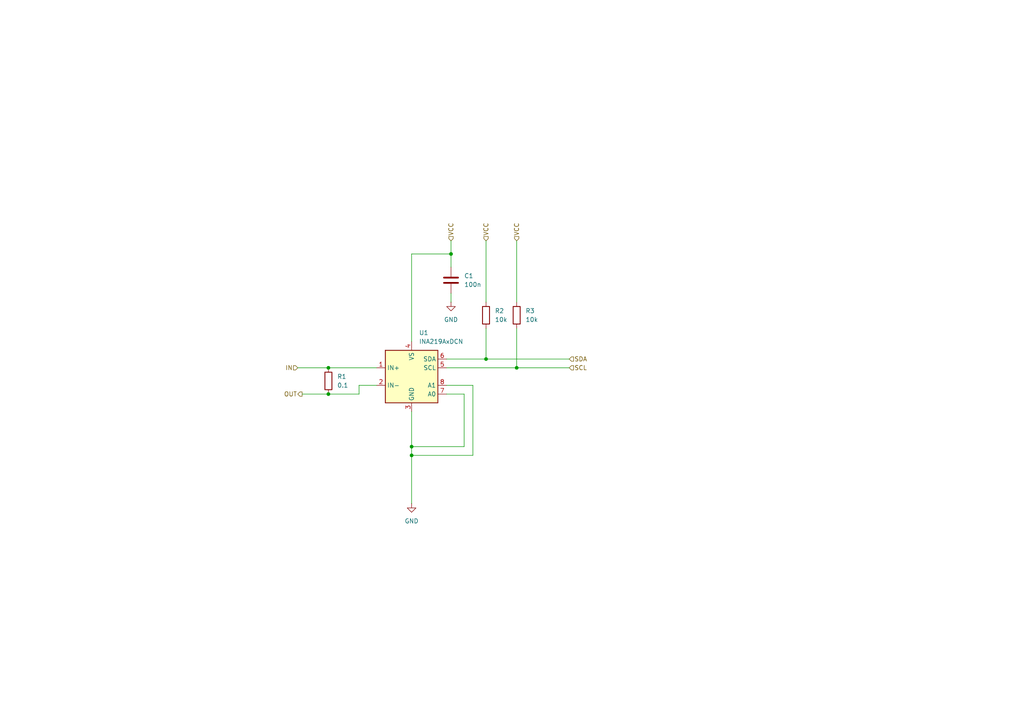
<source format=kicad_sch>
(kicad_sch (version 20250114) (generator "eeschema") (generator_version "9.0")
  (paper "A4")
  (title_block (title "closed-drybox") (rev "1") (comment 1 "https://github.com/lukstruck/closed-drybox#"))
  (lib_symbols
    (symbol "Device:C" (pin_numbers (hide yes)) (pin_names (offset 0.254))
      (property "Reference" "C" (at 0.635 2.54 0))
      (property "Value" "C" (at 0.635 -2.54 0))
      (symbol "C_0_1"
        (polyline (pts (xy -2.032 0.762) (xy 2.032 0.762)) (stroke (width 0.508)))
        (polyline (pts (xy -2.032 -0.762) (xy 2.032 -0.762)) (stroke (width 0.508)))
      )
      (symbol "C_1_1"
        (pin passive line (at 0 3.81 270) (length 2.794) (name "~") (number "1"))
        (pin passive line (at 0 -3.81 90) (length 2.794) (name "~") (number "2"))
      )
    )
    (symbol "Device:R" (pin_numbers (hide yes)) (pin_names (offset 0))
      (property "Reference" "R" (at 2.032 0 90))
      (property "Value" "R" (at 0 0 90))
      (symbol "R_0_1"
        (rectangle (start -1.016 -2.54) (end 1.016 2.54) (stroke (width 0.254)))
      )
      (symbol "R_1_1"
        (pin passive line (at 0 3.81 270) (length 1.27) (name "~") (number "1"))
        (pin passive line (at 0 -3.81 90) (length 1.27) (name "~") (number "2"))
      )
    )
    (symbol "Sensor_Energy:INA219AxDCN"
      (property "Reference" "U" (at -6.35 8.89 0))
      (property "Value" "INA219AxDCN" (at 6.35 8.89 0))
      (symbol "INA219AxDCN_0_1"
        (rectangle (start -7.62 7.62) (end 7.62 -7.62) (stroke (width 0.254)) (fill (type background)))
      )
      (symbol "INA219AxDCN_1_1"
        (pin input line (at -10.16 2.54 0) (length 2.54) (name "IN+") (number "1"))
        (pin input line (at -10.16 -2.54 0) (length 2.54) (name "IN-") (number "2"))
        (pin power_in line (at 0 10.16 270) (length 2.54) (name "VS") (number "4"))
        (pin power_in line (at 0 -10.16 90) (length 2.54) (name "GND") (number "3"))
        (pin bidirectional line (at 10.16 5.08 180) (length 2.54) (name "SDA") (number "6"))
        (pin input line (at 10.16 2.54 180) (length 2.54) (name "SCL") (number "5"))
        (pin input line (at 10.16 -2.54 180) (length 2.54) (name "A1") (number "8"))
        (pin input line (at 10.16 -5.08 180) (length 2.54) (name "A0") (number "7"))
      )
    )
    (symbol "power:GND" (power) (pin_numbers (hide yes)) (pin_names (offset 0) (hide yes))
      (property "Value" "GND" (at 0 -3.81 0))
      (symbol "GND_0_1"
        (polyline (pts (xy 0 0) (xy 0 -1.27) (xy 1.27 -1.27) (xy 0 -2.54) (xy -1.27 -1.27) (xy 0 -1.27)))
      )
      (symbol "GND_1_1"
        (pin power_in line (at 0 0 270) (length 0) (name "~") (number "1"))
      )
    )
  )
  (junction (at 149.86 106.68))
  (junction (at 130.81 73.66))
  (junction (at 119.38 129.54))
  (junction (at 140.97 104.14))
  (junction (at 95.25 106.68))
  (junction (at 119.38 132.08))
  (junction (at 95.25 114.3))
  (wire (pts (xy 129.54 114.3) (xy 134.62 114.3)))
  (wire (pts (xy 119.38 132.08) (xy 137.16 132.08)))
  (wire (pts (xy 140.97 104.14) (xy 129.54 104.14)))
  (wire (pts (xy 87.63 114.3) (xy 95.25 114.3)))
  (wire (pts (xy 119.38 129.54) (xy 134.62 129.54)))
  (wire (pts (xy 165.1 104.14) (xy 140.97 104.14)))
  (wire (pts (xy 149.86 69.85) (xy 149.86 87.63)))
  (wire (pts (xy 134.62 114.3) (xy 134.62 129.54)))
  (wire (pts (xy 119.38 119.38) (xy 119.38 129.54)))
  (wire (pts (xy 95.25 106.68) (xy 109.22 106.68)))
  (wire (pts (xy 140.97 69.85) (xy 140.97 87.63)))
  (wire (pts (xy 104.14 111.76) (xy 104.14 114.3)))
  (wire (pts (xy 137.16 111.76) (xy 137.16 132.08)))
  (wire (pts (xy 130.81 85.09) (xy 130.81 87.63)))
  (wire (pts (xy 165.1 106.68) (xy 149.86 106.68)))
  (wire (pts (xy 119.38 129.54) (xy 119.38 132.08)))
  (wire (pts (xy 149.86 95.25) (xy 149.86 106.68)))
  (wire (pts (xy 119.38 132.08) (xy 119.38 146.05)))
  (wire (pts (xy 129.54 111.76) (xy 137.16 111.76)))
  (wire (pts (xy 119.38 73.66) (xy 119.38 99.06)))
  (wire (pts (xy 130.81 69.85) (xy 130.81 73.66)))
  (wire (pts (xy 119.38 73.66) (xy 130.81 73.66)))
  (wire (pts (xy 149.86 106.68) (xy 129.54 106.68)))
  (wire (pts (xy 86.36 106.68) (xy 95.25 106.68)))
  (wire (pts (xy 104.14 114.3) (xy 95.25 114.3)))
  (wire (pts (xy 140.97 95.25) (xy 140.97 104.14)))
  (wire (pts (xy 109.22 111.76) (xy 104.14 111.76)))
  (wire (pts (xy 130.81 73.66) (xy 130.81 77.47)))
  (hierarchical_label "VCC" (shape input) (at 130.81 69.85 90))
  (hierarchical_label "VCC" (shape input) (at 149.86 69.85 90))
  (hierarchical_label "OUT" (shape output) (at 87.63 114.3 180))
  (hierarchical_label "VCC" (shape input) (at 140.97 69.85 90))
  (hierarchical_label "SCL" (shape input) (at 165.1 106.68 0))
  (hierarchical_label "IN" (shape input) (at 86.36 106.68 180))
  (hierarchical_label "SDA" (shape input) (at 165.1 104.14 0))
  (symbol (lib_id "Device:R") (at 149.86 91.44 0) (unit 1)
    (property "Reference" "R2" (at 152.4 90.1699 0) (effects (justify left)))
    (property "Value" "10k" (at 152.4 92.7099 0) (effects (justify left)))
    (property "Footprint" "Resistor_SMD:R_0603_1608Metric" (effects (hide yes)))
    (property "Description" "Resistor" (effects (hide yes)))
    (property "LCSC" "C25804" (effects (hide yes)))
    (instances (project "INA219AIDCNR-breakout" (path "" (reference "R3") (unit 1))) (project "INA219AIDCNR-breakout" (path "" (reference "R2") (unit 1))))
  )
  (symbol (lib_id "power:GND") (at 130.81 87.63 0) (unit 1)
    (property "Reference" "#PWR011" (effects (hide yes)))
    (property "Value" "GND" (at 130.81 92.71 0))
    (property "Description" "Power symbol creates a global label with name \"GND\" , ground" (effects (hide yes)))
  )
  (symbol (lib_id "Device:C") (at 130.81 81.28 180) (unit 1)
    (property "Reference" "C7" (at 134.62 80.0099 0) (effects (justify right)))
    (property "Value" "100n" (at 134.62 82.5499 0) (effects (justify right)))
    (property "Footprint" "Capacitor_SMD:C_0603_1608Metric" (effects (hide yes)))
    (property "Description" "Unpolarized capacitor" (effects (hide yes)))
    (property "LCSC" "C14663" (effects (hide yes)))
    (instances (project "" (path "" (reference "C1") (unit 1))) (project "" (path "" (reference "C7") (unit 1))))
  )
  (symbol (lib_id "Device:R") (at 95.25 110.49 0) (unit 1)
    (property "Reference" "R3" (at 97.79 109.2199 0) (effects (justify left)))
    (property "Value" "0.1" (at 97.79 111.7599 0) (effects (justify left)))
    (property "Footprint" "Resistor_SMD:R_2512_6332Metric" (effects (hide yes)))
    (property "Description" "Resistor" (effects (hide yes)))
    (property "LCSC" "C25466" (effects (hide yes)))
    (instances (project "" (path "" (reference "R1") (unit 1))) (project "" (path "" (reference "R3") (unit 1))))
  )
  (symbol (lib_id "Device:R") (at 140.97 91.44 0) (unit 1)
    (property "Reference" "R1" (at 143.51 90.1699 0) (effects (justify left)))
    (property "Value" "10k" (at 143.51 92.7099 0) (effects (justify left)))
    (property "Footprint" "Resistor_SMD:R_0603_1608Metric" (effects (hide yes)))
    (property "Description" "Resistor" (effects (hide yes)))
    (property "LCSC" "C25804" (effects (hide yes)))
    (instances (project "" (path "" (reference "R2") (unit 1))) (project "" (path "" (reference "R1") (unit 1))))
  )
  (symbol (lib_id "power:GND") (at 119.38 146.05 0) (unit 1)
    (property "Reference" "#PWR012" (effects (hide yes)))
    (property "Value" "GND" (at 119.38 151.13 0))
    (property "Description" "Power symbol creates a global label with name \"GND\" , ground" (effects (hide yes)))
  )
  (symbol (lib_id "Sensor_Energy:INA219AxDCN") (at 119.38 109.22 0) (unit 1)
    (property "Reference" "U3" (at 121.5233 96.52 0) (effects (justify left)))
    (property "Value" "INA219AxDCN" (at 121.5233 99.06 0) (effects (justify left)))
    (property "Footprint" "Package_TO_SOT_SMD:SOT-23-8_Handsoldering" (effects (hide yes)))
    (property "Datasheet" "http://www.ti.com/lit/ds/symlink/ina219.pdf" (effects (hide yes)))
    (property "Description" "Zero-Drift, Bidirectional Current/Power Monitor (0-26V) With I2C Interface, SOT-23-8" (effects (hide yes)))
    (property "LCSC" "C87469" (effects (hide yes)))
    (instances (project "INA219AIDCNR-breakout" (path "" (reference "U1") (unit 1))) (project "INA219AIDCNR-breakout" (path "" (reference "U3") (unit 1))))
  )
)
</source>
